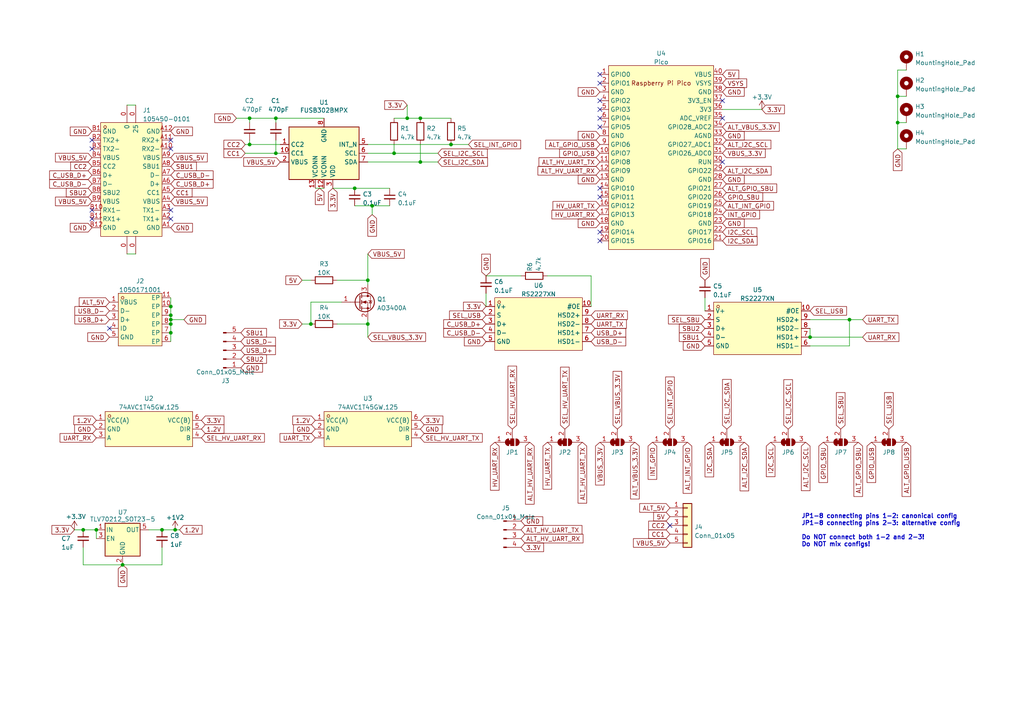
<source format=kicad_sch>
(kicad_sch (version 20211123) (generator eeschema)
  (paper "A4")
  (lib_symbols
    (symbol "Connector:Conn_01x04_Male" (pin_names (offset 1.016) hide)
      (property "Reference" "J" (at 0 5.08 0))
      (property "Value" "Conn_01x04_Male" (at 0 -7.62 0))
      (symbol "Conn_01x04_Male_1_1"
        (pin passive line (at 5.08 2.54 180) (length 3.81) (name "Pin_1") (number "1"))
        (pin passive line (at 5.08 0 180) (length 3.81) (name "Pin_2") (number "2"))
        (pin passive line (at 5.08 -2.54 180) (length 3.81) (name "Pin_3") (number "3"))
        (pin passive line (at 5.08 -5.08 180) (length 3.81) (name "Pin_4") (number "4"))
      )
    )
    (symbol "Connector:Conn_01x05_Male" (pin_names (offset 1.016) hide)
      (property "Reference" "J" (at 0 7.62 0))
      (property "Value" "Conn_01x05_Male" (at 0 -7.62 0))
      (symbol "Conn_01x05_Male_1_1"
        (pin passive line (at 5.08 5.08 180) (length 3.81) (name "Pin_1") (number "1"))
        (pin passive line (at 5.08 2.54 180) (length 3.81) (name "Pin_2") (number "2"))
        (pin passive line (at 5.08 0 180) (length 3.81) (name "Pin_3") (number "3"))
        (pin passive line (at 5.08 -2.54 180) (length 3.81) (name "Pin_4") (number "4"))
        (pin passive line (at 5.08 -5.08 180) (length 3.81) (name "Pin_5") (number "5"))
      )
    )
    (symbol "Connector_Generic:Conn_01x05" (pin_names (offset 1.016) hide)
      (property "Reference" "J" (at 0 7.62 0))
      (property "Value" "Conn_01x05" (at 0 -7.62 0))
      (symbol "Conn_01x05_1_1"
        (pin passive line (at -5.08 5.08 0) (length 3.81) (name "Pin_1") (number "1"))
        (pin passive line (at -5.08 2.54 0) (length 3.81) (name "Pin_2") (number "2"))
        (pin passive line (at -5.08 0 0) (length 3.81) (name "Pin_3") (number "3"))
        (pin passive line (at -5.08 -2.54 0) (length 3.81) (name "Pin_4") (number "4"))
        (pin passive line (at -5.08 -5.08 0) (length 3.81) (name "Pin_5") (number "5"))
      )
    )
    (symbol "Device:C_Small" (pin_numbers hide) (pin_names (offset 0.254) hide)
      (property "Reference" "C" (at 0.254 1.778 0))
      (property "Value" "C_Small" (at 0.254 -2.032 0))
      (symbol "C_Small_1_1"
        (pin passive line (at 0 2.54 270) (length 2.032) (name "~") (number "1"))
        (pin passive line (at 0 -2.54 90) (length 2.032) (name "~") (number "2"))
      )
    )
    (symbol "Device:R" (pin_numbers hide) (pin_names (offset 0))
      (property "Reference" "R" (at 2.032 0 90))
      (property "Value" "R" (at 0 0 90))
      (symbol "R_1_1"
        (pin passive line (at 0 3.81 270) (length 1.27) (name "~") (number "1"))
        (pin passive line (at 0 -3.81 90) (length 1.27) (name "~") (number "2"))
      )
    )
    (symbol "Interface_USB:FUSB302BMPX"
      (property "Reference" "U" (at -10.16 8.89 0))
      (property "Value" "FUSB302BMPX" (at 3.81 8.89 0))
      (symbol "FUSB302BMPX_1_1"
        (pin bidirectional line (at 12.7 -2.54 180) (length 2.54) (name "CC2") (number "1"))
        (pin bidirectional line (at 12.7 0 180) (length 2.54) (name "CC1") (number "10"))
        (pin bidirectional line (at 12.7 0 180) (length 2.54) hide (name "CC1") (number "11"))
        (pin power_in line (at 0 10.16 270) (length 2.54) (name "VCONN") (number "12"))
        (pin power_in line (at 2.54 10.16 270) (length 2.54) (name "VCONN") (number "13"))
        (pin bidirectional line (at 12.7 -2.54 180) (length 2.54) hide (name "CC2") (number "14"))
        (pin passive line (at 0 -10.16 90) (length 2.54) hide (name "GND") (number "15"))
        (pin input line (at 12.7 2.54 180) (length 2.54) (name "VBUS") (number "2"))
        (pin power_in line (at -2.54 10.16 270) (length 2.54) (name "VDD") (number "3"))
        (pin passive line (at -2.54 10.16 270) (length 2.54) hide (name "VDD") (number "4"))
        (pin open_collector line (at -12.7 -2.54 0) (length 2.54) (name "INT_N") (number "5"))
        (pin input line (at -12.7 0 0) (length 2.54) (name "SCL") (number "6"))
        (pin bidirectional line (at -12.7 2.54 0) (length 2.54) (name "SDA") (number "7"))
        (pin power_in line (at 0 -10.16 90) (length 2.54) (name "GND") (number "8"))
        (pin passive line (at 0 -10.16 90) (length 2.54) hide (name "GND") (number "9"))
      )
    )
    (symbol "Jumper:SolderJumper_3_Bridged12" (pin_names (offset 0) hide)
      (property "Reference" "JP" (at -2.54 -2.54 0))
      (property "Value" "SolderJumper_3_Bridged12" (at 0 2.794 0))
      (symbol "SolderJumper_3_Bridged12_1_1"
        (pin passive line (at -5.08 0 0) (length 2.54) (name "A") (number "1"))
        (pin passive line (at 0 -3.81 90) (length 2.54) (name "C") (number "2"))
        (pin passive line (at 5.08 0 180) (length 2.54) (name "B") (number "3"))
      )
    )
    (symbol "MCU_RaspberryPi_and_Boards:Pico_Version-H"
      (property "Reference" "U" (at -13.97 27.94 0))
      (property "Value" "Pico_Version-H" (at 0 19.05 0))
      (symbol "Pico_Version-H_0_0"
        (text "Raspberry Pi Pico" (at 0 21.59 0) (effects (font (size 1.27 1.27))))
      )
      (symbol "Pico_Version-H_1_1"
        (pin bidirectional line (at -17.78 24.13 0) (length 2.54) (name "GPIO0") (number "1"))
        (pin bidirectional line (at -17.78 1.27 0) (length 2.54) (name "GPIO7") (number "10"))
        (pin bidirectional line (at -17.78 -1.27 0) (length 2.54) (name "GPIO8") (number "11"))
        (pin bidirectional line (at -17.78 -3.81 0) (length 2.54) (name "GPIO9") (number "12"))
        (pin power_in line (at -17.78 -6.35 0) (length 2.54) (name "GND") (number "13"))
        (pin bidirectional line (at -17.78 -8.89 0) (length 2.54) (name "GPIO10") (number "14"))
        (pin bidirectional line (at -17.78 -11.43 0) (length 2.54) (name "GPIO11") (number "15"))
        (pin bidirectional line (at -17.78 -13.97 0) (length 2.54) (name "GPIO12") (number "16"))
        (pin bidirectional line (at -17.78 -16.51 0) (length 2.54) (name "GPIO13") (number "17"))
        (pin power_in line (at -17.78 -19.05 0) (length 2.54) (name "GND") (number "18"))
        (pin bidirectional line (at -17.78 -21.59 0) (length 2.54) (name "GPIO14") (number "19"))
        (pin bidirectional line (at -17.78 21.59 0) (length 2.54) (name "GPIO1") (number "2"))
        (pin bidirectional line (at -17.78 -24.13 0) (length 2.54) (name "GPIO15") (number "20"))
        (pin bidirectional line (at 17.78 -24.13 180) (length 2.54) (name "GPIO16") (number "21"))
        (pin bidirectional line (at 17.78 -21.59 180) (length 2.54) (name "GPIO17") (number "22"))
        (pin power_in line (at 17.78 -19.05 180) (length 2.54) (name "GND") (number "23"))
        (pin bidirectional line (at 17.78 -16.51 180) (length 2.54) (name "GPIO18") (number "24"))
        (pin bidirectional line (at 17.78 -13.97 180) (length 2.54) (name "GPIO19") (number "25"))
        (pin bidirectional line (at 17.78 -11.43 180) (length 2.54) (name "GPIO20") (number "26"))
        (pin bidirectional line (at 17.78 -8.89 180) (length 2.54) (name "GPIO21") (number "27"))
        (pin power_in line (at 17.78 -6.35 180) (length 2.54) (name "GND") (number "28"))
        (pin bidirectional line (at 17.78 -3.81 180) (length 2.54) (name "GPIO22") (number "29"))
        (pin power_in line (at -17.78 19.05 0) (length 2.54) (name "GND") (number "3"))
        (pin input line (at 17.78 -1.27 180) (length 2.54) (name "RUN") (number "30"))
        (pin bidirectional line (at 17.78 1.27 180) (length 2.54) (name "GPIO26_ADC0") (number "31"))
        (pin bidirectional line (at 17.78 3.81 180) (length 2.54) (name "GPIO27_ADC1") (number "32"))
        (pin power_in line (at 17.78 6.35 180) (length 2.54) (name "AGND") (number "33"))
        (pin bidirectional line (at 17.78 8.89 180) (length 2.54) (name "GPIO28_ADC2") (number "34"))
        (pin power_in line (at 17.78 11.43 180) (length 2.54) (name "ADC_VREF") (number "35"))
        (pin power_in line (at 17.78 13.97 180) (length 2.54) (name "3V3") (number "36"))
        (pin input line (at 17.78 16.51 180) (length 2.54) (name "3V3_EN") (number "37"))
        (pin bidirectional line (at 17.78 19.05 180) (length 2.54) (name "GND") (number "38"))
        (pin power_in line (at 17.78 21.59 180) (length 2.54) (name "VSYS") (number "39"))
        (pin bidirectional line (at -17.78 16.51 0) (length 2.54) (name "GPIO2") (number "4"))
        (pin power_in line (at 17.78 24.13 180) (length 2.54) (name "VBUS") (number "40"))
        (pin bidirectional line (at -17.78 13.97 0) (length 2.54) (name "GPIO3") (number "5"))
        (pin bidirectional line (at -17.78 11.43 0) (length 2.54) (name "GPIO4") (number "6"))
        (pin bidirectional line (at -17.78 8.89 0) (length 2.54) (name "GPIO5") (number "7"))
        (pin power_in line (at -17.78 6.35 0) (length 2.54) (name "GND") (number "8"))
        (pin bidirectional line (at -17.78 3.81 0) (length 2.54) (name "GPIO6") (number "9"))
      )
    )
    (symbol "Mechanical:MountingHole_Pad" (pin_numbers hide) (pin_names (offset 1.016) hide)
      (property "Reference" "H" (at 0 6.35 0))
      (property "Value" "MountingHole_Pad" (at 0 4.445 0))
      (symbol "MountingHole_Pad_1_1"
        (pin input line (at 0 -2.54 90) (length 2.54) (name "1") (number "1"))
      )
    )
    (symbol "R_1" (pin_numbers hide) (pin_names (offset 0))
      (property "Reference" "R" (at 2.032 0 90))
      (property "Value" "R_1" (at 0 0 90))
      (symbol "R_1_1_1"
        (pin passive line (at 0 3.81 270) (length 1.27) (name "~") (number "1"))
        (pin passive line (at 0 -3.81 90) (length 1.27) (name "~") (number "2"))
      )
    )
    (symbol "Regulator_Linear:TLV70212_SOT23-5" (pin_names (offset 0.254))
      (property "Reference" "U" (at -3.81 5.715 0))
      (property "Value" "TLV70212_SOT23-5" (at 0 5.715 0))
      (symbol "TLV70212_SOT23-5_1_1"
        (pin power_in line (at -7.62 2.54 0) (length 2.54) (name "IN") (number "1"))
        (pin power_in line (at 0 -7.62 90) (length 2.54) (name "GND") (number "2"))
        (pin input line (at -7.62 0 0) (length 2.54) (name "EN") (number "3"))
        (pin no_connect line (at 5.08 0 180) (length 2.54) hide (name "NC") (number "4"))
        (pin power_out line (at 7.62 2.54 180) (length 2.54) (name "OUT") (number "5"))
      )
    )
    (symbol "Transistor_FET:BSS138" (pin_names hide)
      (property "Reference" "Q" (at 5.08 1.905 0))
      (property "Value" "BSS138" (at 5.08 0 0))
      (symbol "BSS138_1_1"
        (pin input line (at -5.08 0 0) (length 2.54) (name "G") (number "1"))
        (pin passive line (at 2.54 -5.08 90) (length 2.54) (name "S") (number "2"))
        (pin passive line (at 2.54 5.08 270) (length 2.54) (name "D") (number "3"))
      )
    )
    (symbol "easycad2kicad:1050171001"
      (property "Reference" "USB" (at 0 11.43 0))
      (property "Value" "1050171001" (at 0 -11.43 0))
      (symbol "1050171001_0_1"
        (pin unspecified line (at -8.89 5.08 0) (length 2.54) (name "VBUS") (number "1"))
        (pin unspecified line (at 8.89 3.81 180) (length 2.54) (name "EP") (number "10"))
        (pin unspecified line (at 8.89 6.35 180) (length 2.54) (name "EP") (number "11"))
        (pin unspecified line (at -8.89 2.54 0) (length 2.54) (name "D-") (number "2"))
        (pin unspecified line (at -8.89 0 0) (length 2.54) (name "D+") (number "3"))
        (pin unspecified line (at -8.89 -2.54 0) (length 2.54) (name "ID") (number "4"))
        (pin unspecified line (at -8.89 -5.08 0) (length 2.54) (name "GND") (number "5"))
        (pin unspecified line (at 8.89 -6.35 180) (length 2.54) (name "EP") (number "6"))
        (pin unspecified line (at 8.89 -3.81 180) (length 2.54) (name "EP") (number "7"))
        (pin unspecified line (at 8.89 -1.27 180) (length 2.54) (name "EP") (number "8"))
        (pin unspecified line (at 8.89 1.27 180) (length 2.54) (name "EP") (number "9"))
      )
    )
    (symbol "easycad2kicad:105450-0101"
      (property "Reference" "USBC" (at 0 26.67 0))
      (property "Value" "105450-0101" (at 0 -26.67 0))
      (symbol "105450-0101_0_1"
        (pin unspecified line (at -1.27 -21.59 90) (length 5.08) (name "0") (number "0"))
        (pin unspecified line (at -1.27 21.59 270) (length 5.08) (name "0") (number "0"))
        (pin unspecified line (at 1.27 -21.59 90) (length 5.08) (name "0") (number "0"))
        (pin unspecified line (at 1.27 21.59 270) (length 5.08) (name "25") (number "0"))
        (pin unspecified line (at 11.43 -13.97 180) (length 2.54) (name "GND") (number "A1"))
        (pin unspecified line (at 11.43 8.89 180) (length 2.54) (name "RX2-") (number "A10"))
        (pin unspecified line (at 11.43 11.43 180) (length 2.54) (name "RX2+") (number "A11"))
        (pin unspecified line (at 11.43 13.97 180) (length 2.54) (name "GND") (number "A12"))
        (pin unspecified line (at 11.43 -11.43 180) (length 2.54) (name "TX1+") (number "A2"))
        (pin unspecified line (at 11.43 -8.89 180) (length 2.54) (name "TX1-") (number "A3"))
        (pin unspecified line (at 11.43 -6.35 180) (length 2.54) (name "VBUS") (number "A4"))
        (pin unspecified line (at 11.43 -3.81 180) (length 2.54) (name "CC1") (number "A5"))
        (pin unspecified line (at 11.43 -1.27 180) (length 2.54) (name "D+") (number "A6"))
        (pin unspecified line (at 11.43 1.27 180) (length 2.54) (name "D-") (number "A7"))
        (pin unspecified line (at 11.43 3.81 180) (length 2.54) (name "SBU1") (number "A8"))
        (pin unspecified line (at 11.43 6.35 180) (length 2.54) (name "VBUS") (number "A9"))
        (pin unspecified line (at -11.43 13.97 0) (length 2.54) (name "GND") (number "B1"))
        (pin unspecified line (at -11.43 -8.89 0) (length 2.54) (name "RX1-") (number "B10"))
        (pin unspecified line (at -11.43 -11.43 0) (length 2.54) (name "RX1+") (number "B11"))
        (pin unspecified line (at -11.43 -13.97 0) (length 2.54) (name "GND") (number "B12"))
        (pin unspecified line (at -11.43 11.43 0) (length 2.54) (name "TX2+") (number "B2"))
        (pin unspecified line (at -11.43 8.89 0) (length 2.54) (name "TX2-") (number "B3"))
        (pin unspecified line (at -11.43 6.35 0) (length 2.54) (name "VBUS") (number "B4"))
        (pin unspecified line (at -11.43 3.81 0) (length 2.54) (name "CC2") (number "B5"))
        (pin unspecified line (at -11.43 1.27 0) (length 2.54) (name "D+") (number "B6"))
        (pin unspecified line (at -11.43 -1.27 0) (length 2.54) (name "D-") (number "B7"))
        (pin unspecified line (at -11.43 -3.81 0) (length 2.54) (name "SBU2") (number "B8"))
        (pin unspecified line (at -11.43 -6.35 0) (length 2.54) (name "VBUS") (number "B9"))
      )
    )
    (symbol "easycad2kicad:74AVC1T45GW,125"
      (property "Reference" "U" (at 0 7.62 0))
      (property "Value" "74AVC1T45GW,125" (at 0 -7.62 0))
      (symbol "74AVC1T45GW,125_0_1"
        (pin unspecified line (at -15.24 2.54 0) (length 2.54) (name "VCC(A)") (number "1"))
        (pin unspecified line (at -15.24 0 0) (length 2.54) (name "GND") (number "2"))
        (pin unspecified line (at -15.24 -2.54 0) (length 2.54) (name "A") (number "3"))
        (pin unspecified line (at 15.24 -2.54 180) (length 2.54) (name "B") (number "4"))
        (pin unspecified line (at 15.24 0 180) (length 2.54) (name "DIR") (number "5"))
        (pin unspecified line (at 15.24 2.54 180) (length 2.54) (name "VCC(B)") (number "6"))
      )
    )
    (symbol "easycad2kicad:RS2227XN"
      (property "Reference" "U" (at 0 10.16 0))
      (property "Value" "RS2227XN" (at 0 -10.16 0))
      (symbol "RS2227XN_0_1"
        (pin unspecified line (at -15.24 5.08 0) (length 2.54) (name "V+") (number "1"))
        (pin unspecified line (at 15.24 5.08 180) (length 2.54) (name "#OE") (number "10"))
        (pin unspecified line (at -15.24 2.54 0) (length 2.54) (name "S") (number "2"))
        (pin unspecified line (at -15.24 0 0) (length 2.54) (name "D+") (number "3"))
        (pin unspecified line (at -15.24 -2.54 0) (length 2.54) (name "D-") (number "4"))
        (pin unspecified line (at -15.24 -5.08 0) (length 2.54) (name "GND") (number "5"))
        (pin unspecified line (at 15.24 -5.08 180) (length 2.54) (name "HSD1-") (number "6"))
        (pin unspecified line (at 15.24 -2.54 180) (length 2.54) (name "HSD1+") (number "7"))
        (pin unspecified line (at 15.24 0 180) (length 2.54) (name "HSD2-") (number "8"))
        (pin unspecified line (at 15.24 2.54 180) (length 2.54) (name "HSD2+") (number "9"))
      )
    )
    (symbol "power:+1V2" (power) (pin_names (offset 0))
      (property "Value" "+1V2" (at 0 3.556 0))
      (symbol "+1V2_1_1"
        (pin power_in line (at 0 0 90) (length 0) hide (name "+1V2") (number "1"))
      )
    )
    (symbol "power:+3.3V" (power) (pin_names (offset 0))
      (property "Value" "+3.3V" (at 0 3.556 0))
      (symbol "+3.3V_1_1"
        (pin power_in line (at 0 0 90) (length 0) hide (name "+3.3V") (number "1"))
      )
    )
  )
  (junction (at 121.92 46.99))
  (junction (at 114.3 44.45))
  (junction (at 49.53 88.9))
  (junction (at 27.94 153.67))
  (junction (at 130.81 41.91))
  (junction (at 80.01 34.29))
  (junction (at 121.92 34.29))
  (junction (at 49.53 93.98))
  (junction (at 24.13 153.67))
  (junction (at 80.01 44.45))
  (junction (at 49.53 96.52))
  (junction (at 234.95 97.79))
  (junction (at 106.68 93.98))
  (junction (at 35.56 163.83))
  (junction (at 246.38 92.71))
  (junction (at 49.53 91.44))
  (junction (at 49.53 92.71))
  (junction (at 107.95 59.69))
  (junction (at 260.35 27.94))
  (junction (at 72.39 41.91))
  (junction (at 118.11 34.29))
  (junction (at 260.35 35.56))
  (junction (at 50.8 153.67))
  (junction (at 72.39 34.29))
  (junction (at 46.99 153.67))
  (junction (at 102.87 54.61))
  (junction (at 106.68 81.28))
  (junction (at 90.17 93.98))
  (no_connect (at 173.99 34.29))
  (no_connect (at 26.67 60.96))
  (no_connect (at 173.99 54.61))
  (no_connect (at 194.31 152.4))
  (no_connect (at 173.99 67.31))
  (no_connect (at 209.55 29.21))
  (no_connect (at 209.55 46.99))
  (no_connect (at 173.99 31.75))
  (no_connect (at 26.67 40.64))
  (no_connect (at 173.99 36.83))
  (no_connect (at 173.99 69.85))
  (no_connect (at 173.99 57.15))
  (no_connect (at 173.99 24.13))
  (no_connect (at 49.53 43.18))
  (no_connect (at 31.75 95.25))
  (no_connect (at 49.53 40.64))
  (no_connect (at 26.67 43.18))
  (no_connect (at 173.99 21.59))
  (no_connect (at 209.55 34.29))
  (no_connect (at 49.53 63.5))
  (no_connect (at 26.67 63.5))
  (no_connect (at 173.99 29.21))
  (no_connect (at 49.53 60.96))
  (wire (pts (xy 106.68 44.45) (xy 114.3 44.45)))
  (wire (pts (xy 121.92 34.29) (xy 130.81 34.29)))
  (wire (pts (xy 24.13 163.83) (xy 35.56 163.83)))
  (wire (pts (xy 87.63 93.98) (xy 90.17 93.98)))
  (wire (pts (xy 36.83 73.66) (xy 39.37 73.66)))
  (wire (pts (xy 114.3 34.29) (xy 118.11 34.29)))
  (wire (pts (xy 87.63 81.28) (xy 90.17 81.28)))
  (wire (pts (xy 204.47 86.36) (xy 204.47 90.17)))
  (wire (pts (xy 106.68 41.91) (xy 130.81 41.91)))
  (wire (pts (xy 71.12 41.91) (xy 72.39 41.91)))
  (wire (pts (xy 262.89 20.32) (xy 260.35 20.32)))
  (wire (pts (xy 114.3 41.91) (xy 114.3 44.45)))
  (wire (pts (xy 260.35 27.94) (xy 262.89 27.94)))
  (wire (pts (xy 209.55 31.75) (xy 220.98 31.75)))
  (wire (pts (xy 140.97 80.01) (xy 151.13 80.01)))
  (wire (pts (xy 27.94 153.67) (xy 24.13 153.67)))
  (wire (pts (xy 49.53 86.36) (xy 49.53 88.9)))
  (wire (pts (xy 106.68 81.28) (xy 106.68 82.55)))
  (wire (pts (xy 72.39 34.29) (xy 80.01 34.29)))
  (wire (pts (xy 72.39 40.64) (xy 72.39 41.91)))
  (wire (pts (xy 97.79 93.98) (xy 106.68 93.98)))
  (wire (pts (xy 46.99 153.67) (xy 50.8 153.67)))
  (wire (pts (xy 107.95 59.69) (xy 113.03 59.69)))
  (wire (pts (xy 49.53 93.98) (xy 49.53 96.52)))
  (wire (pts (xy 80.01 34.29) (xy 93.98 34.29)))
  (wire (pts (xy 158.75 80.01) (xy 171.45 80.01)))
  (wire (pts (xy 171.45 80.01) (xy 171.45 88.9)))
  (wire (pts (xy 46.99 163.83) (xy 46.99 158.75)))
  (wire (pts (xy 234.95 100.33) (xy 246.38 100.33)))
  (wire (pts (xy 35.56 163.83) (xy 46.99 163.83)))
  (wire (pts (xy 121.92 34.29) (xy 118.11 34.29)))
  (wire (pts (xy 80.01 44.45) (xy 81.28 44.45)))
  (wire (pts (xy 114.3 44.45) (xy 127 44.45)))
  (wire (pts (xy 140.97 85.09) (xy 140.97 88.9)))
  (wire (pts (xy 260.35 35.56) (xy 260.35 43.18)))
  (wire (pts (xy 68.58 34.29) (xy 72.39 34.29)))
  (wire (pts (xy 49.53 92.71) (xy 49.53 93.98)))
  (wire (pts (xy 52.07 153.67) (xy 50.8 153.67)))
  (wire (pts (xy 49.53 92.71) (xy 53.34 92.71)))
  (wire (pts (xy 90.17 87.63) (xy 90.17 93.98)))
  (wire (pts (xy 234.95 92.71) (xy 246.38 92.71)))
  (wire (pts (xy 24.13 153.67) (xy 21.59 153.67)))
  (wire (pts (xy 107.95 59.69) (xy 107.95 62.23)))
  (wire (pts (xy 80.01 40.64) (xy 80.01 44.45)))
  (wire (pts (xy 27.94 153.67) (xy 27.94 156.21)))
  (wire (pts (xy 260.35 20.32) (xy 260.35 27.94)))
  (wire (pts (xy 121.92 41.91) (xy 121.92 46.99)))
  (wire (pts (xy 246.38 92.71) (xy 250.19 92.71)))
  (wire (pts (xy 234.95 95.25) (xy 234.95 97.79)))
  (wire (pts (xy 234.95 97.79) (xy 250.19 97.79)))
  (wire (pts (xy 49.53 96.52) (xy 49.53 99.06)))
  (wire (pts (xy 102.87 54.61) (xy 113.03 54.61)))
  (wire (pts (xy 49.53 91.44) (xy 49.53 92.71)))
  (wire (pts (xy 130.81 41.91) (xy 135.89 41.91)))
  (wire (pts (xy 121.92 46.99) (xy 127 46.99)))
  (wire (pts (xy 72.39 41.91) (xy 81.28 41.91)))
  (wire (pts (xy 36.83 30.48) (xy 39.37 30.48)))
  (wire (pts (xy 43.18 153.67) (xy 46.99 153.67)))
  (wire (pts (xy 260.35 35.56) (xy 262.89 35.56)))
  (wire (pts (xy 246.38 92.71) (xy 246.38 100.33)))
  (wire (pts (xy 106.68 73.66) (xy 106.68 81.28)))
  (wire (pts (xy 72.39 34.29) (xy 72.39 35.56)))
  (wire (pts (xy 97.79 81.28) (xy 106.68 81.28)))
  (wire (pts (xy 106.68 93.98) (xy 106.68 97.79)))
  (wire (pts (xy 102.87 59.69) (xy 107.95 59.69)))
  (wire (pts (xy 106.68 46.99) (xy 121.92 46.99)))
  (wire (pts (xy 99.06 87.63) (xy 90.17 87.63)))
  (wire (pts (xy 96.52 54.61) (xy 102.87 54.61)))
  (wire (pts (xy 260.35 27.94) (xy 260.35 35.56)))
  (wire (pts (xy 106.68 92.71) (xy 106.68 93.98)))
  (wire (pts (xy 49.53 88.9) (xy 49.53 91.44)))
  (wire (pts (xy 260.35 43.18) (xy 262.89 43.18)))
  (wire (pts (xy 71.12 44.45) (xy 80.01 44.45)))
  (wire (pts (xy 118.11 30.48) (xy 118.11 34.29)))
  (wire (pts (xy 24.13 158.75) (xy 24.13 163.83)))
  (wire (pts (xy 91.44 54.61) (xy 93.98 54.61)))
  (wire (pts (xy 80.01 34.29) (xy 80.01 35.56)))
  (text "JP1-8 connecting pins 1-2: canonical config\nJP1-8 connecting pins 2-3: alternative config\n\nDo NOT connect both 1-2 and 2-3!\nDo NOT mix configs!" (at 232.41 158.75 0) (effects (font (size 1.27 1.27) (thickness 0.254) bold) (justify left bottom)))
  (global_label "GND" (shape input) (at 151.13 151.13 0) (property "Intersheet References" "${INTERSHEET_REFS}" (effects hide)))
  (global_label "3.3V" (shape input) (at 58.42 121.92 0) (property "Intersheet References" "${INTERSHEET_REFS}" (effects hide)))
  (global_label "CC1" (shape input) (at 49.53 55.88 0) (property "Intersheet References" "${INTERSHEET_REFS}" (effects hide)))
  (global_label "SEL_VBUS_3.3V" (shape input) (at 106.68 97.79 0) (property "Intersheet References" "${INTERSHEET_REFS}" (effects hide)))
  (global_label "I2C_SCL" (shape input) (at 223.52 128.27 270) (property "Intersheet References" "${INTERSHEET_REFS}" (effects hide)))
  (global_label "SEL_I2C_SDA" (shape input) (at 210.82 124.46 90) (property "Intersheet References" "${INTERSHEET_REFS}" (effects hide)))
  (global_label "ALT_HV_UART_TX" (shape input) (at 151.13 153.67 0) (property "Intersheet References" "${INTERSHEET_REFS}" (effects hide)))
  (global_label "1.2V" (shape input) (at 91.44 121.92 180) (property "Intersheet References" "${INTERSHEET_REFS}" (effects hide)))
  (global_label "SEL_I2C_SDA" (shape input) (at 127 46.99 0) (property "Intersheet References" "${INTERSHEET_REFS}" (effects hide)))
  (global_label "3.3V" (shape input) (at 151.13 158.75 0) (property "Intersheet References" "${INTERSHEET_REFS}" (effects hide)))
  (global_label "I2C_SDA" (shape input) (at 205.74 128.27 270) (property "Intersheet References" "${INTERSHEET_REFS}" (effects hide)))
  (global_label "3.3V" (shape input) (at 21.59 153.67 180) (property "Intersheet References" "${INTERSHEET_REFS}" (effects hide)))
  (global_label "GND" (shape input) (at 53.34 92.71 0) (property "Intersheet References" "${INTERSHEET_REFS}" (effects hide)))
  (global_label "UART_TX" (shape input) (at 91.44 127 180) (property "Intersheet References" "${INTERSHEET_REFS}" (effects hide)))
  (global_label "ALT_I2C_SCL" (shape input) (at 233.68 128.27 270) (property "Intersheet References" "${INTERSHEET_REFS}" (effects hide)))
  (global_label "CC1" (shape input) (at 71.12 44.45 180) (property "Intersheet References" "${INTERSHEET_REFS}" (effects hide)))
  (global_label "USB_D+" (shape input) (at 171.45 96.52 0) (property "Intersheet References" "${INTERSHEET_REFS}" (effects hide)))
  (global_label "5V" (shape input) (at 209.55 21.59 0) (property "Intersheet References" "${INTERSHEET_REFS}" (effects hide)))
  (global_label "VBUS_5V" (shape input) (at 26.67 45.72 180) (property "Intersheet References" "${INTERSHEET_REFS}" (effects hide)))
  (global_label "ALT_HV_UART_TX" (shape input) (at 173.99 46.99 180) (property "Intersheet References" "${INTERSHEET_REFS}" (effects hide)))
  (global_label "HV_UART_RX" (shape input) (at 173.99 62.23 180) (property "Intersheet References" "${INTERSHEET_REFS}" (effects hide)))
  (global_label "C_USB_D+" (shape input) (at 26.67 50.8 180) (property "Intersheet References" "${INTERSHEET_REFS}" (effects hide)))
  (global_label "GND" (shape input) (at 204.47 100.33 180) (property "Intersheet References" "${INTERSHEET_REFS}" (effects hide)))
  (global_label "SEL_HV_UART_TX" (shape input) (at 163.83 124.46 90) (property "Intersheet References" "${INTERSHEET_REFS}" (effects hide)))
  (global_label "SEL_INT_GPIO" (shape input) (at 194.31 124.46 90) (property "Intersheet References" "${INTERSHEET_REFS}" (effects hide)))
  (global_label "GND" (shape input) (at 173.99 64.77 180) (property "Intersheet References" "${INTERSHEET_REFS}" (effects hide)))
  (global_label "GPIO_USB" (shape input) (at 252.73 128.27 270) (property "Intersheet References" "${INTERSHEET_REFS}" (effects hide)))
  (global_label "GND" (shape input) (at 173.99 52.07 180) (property "Intersheet References" "${INTERSHEET_REFS}" (effects hide)))
  (global_label "GND" (shape input) (at 68.58 34.29 180) (property "Intersheet References" "${INTERSHEET_REFS}" (effects hide)))
  (global_label "ALT_GPIO_SBU" (shape input) (at 209.55 54.61 0) (property "Intersheet References" "${INTERSHEET_REFS}" (effects hide)))
  (global_label "I2C_SCL" (shape input) (at 209.55 67.31 0) (property "Intersheet References" "${INTERSHEET_REFS}" (effects hide)))
  (global_label "3.3V" (shape input) (at 87.63 93.98 180) (property "Intersheet References" "${INTERSHEET_REFS}" (effects hide)))
  (global_label "VBUS_5V" (shape input) (at 26.67 58.42 180) (property "Intersheet References" "${INTERSHEET_REFS}" (effects hide)))
  (global_label "GND" (shape input) (at 209.55 39.37 0) (property "Intersheet References" "${INTERSHEET_REFS}" (effects hide)))
  (global_label "GND" (shape input) (at 107.95 62.23 270) (property "Intersheet References" "${INTERSHEET_REFS}" (effects hide)))
  (global_label "C_USB_D-" (shape input) (at 26.67 53.34 180) (property "Intersheet References" "${INTERSHEET_REFS}" (effects hide)))
  (global_label "1.2V" (shape input) (at 27.94 121.92 180) (property "Intersheet References" "${INTERSHEET_REFS}" (effects hide)))
  (global_label "GND" (shape input) (at 140.97 80.01 90) (property "Intersheet References" "${INTERSHEET_REFS}" (effects hide)))
  (global_label "5V" (shape input) (at 194.31 149.86 180) (property "Intersheet References" "${INTERSHEET_REFS}" (effects hide)))
  (global_label "HV_UART_TX" (shape input) (at 173.99 59.69 180) (property "Intersheet References" "${INTERSHEET_REFS}" (effects hide)))
  (global_label "3.3V" (shape input) (at 220.98 31.75 0) (property "Intersheet References" "${INTERSHEET_REFS}" (effects hide)))
  (global_label "CC2" (shape input) (at 26.67 48.26 180) (property "Intersheet References" "${INTERSHEET_REFS}" (effects hide)))
  (global_label "VBUS_5V" (shape input) (at 106.68 73.66 0) (property "Intersheet References" "${INTERSHEET_REFS}" (effects hide)))
  (global_label "GND" (shape input) (at 260.35 43.18 270) (property "Intersheet References" "${INTERSHEET_REFS}" (effects hide)))
  (global_label "SEL_VBUS_3.3V" (shape input) (at 179.07 124.46 90) (property "Intersheet References" "${INTERSHEET_REFS}" (effects hide)))
  (global_label "GND" (shape input) (at 204.47 81.28 90) (property "Intersheet References" "${INTERSHEET_REFS}" (effects hide)))
  (global_label "GND" (shape input) (at 91.44 124.46 180) (property "Intersheet References" "${INTERSHEET_REFS}" (effects hide)))
  (global_label "SBU1" (shape input) (at 69.85 96.52 0) (property "Intersheet References" "${INTERSHEET_REFS}" (effects hide)))
  (global_label "VSYS" (shape input) (at 209.55 24.13 0) (property "Intersheet References" "${INTERSHEET_REFS}" (effects hide)))
  (global_label "SEL_HV_UART_RX" (shape input) (at 58.42 127 0) (property "Intersheet References" "${INTERSHEET_REFS}" (effects hide)))
  (global_label "3.3V" (shape input) (at 140.97 88.9 180) (property "Intersheet References" "${INTERSHEET_REFS}" (effects hide)))
  (global_label "C_USB_D+" (shape input) (at 140.97 93.98 180) (property "Intersheet References" "${INTERSHEET_REFS}" (effects hide)))
  (global_label "ALT_GPIO_USB" (shape input) (at 262.89 128.27 270) (property "Intersheet References" "${INTERSHEET_REFS}" (effects hide)))
  (global_label "ALT_INT_GPIO" (shape input) (at 199.39 128.27 270) (property "Intersheet References" "${INTERSHEET_REFS}" (effects hide)))
  (global_label "I2C_SDA" (shape input) (at 209.55 69.85 0) (property "Intersheet References" "${INTERSHEET_REFS}" (effects hide)))
  (global_label "C_USB_D-" (shape input) (at 49.53 50.8 0) (property "Intersheet References" "${INTERSHEET_REFS}" (effects hide)))
  (global_label "UART_RX" (shape input) (at 250.19 97.79 0) (property "Intersheet References" "${INTERSHEET_REFS}" (effects hide)))
  (global_label "SEL_USB" (shape input) (at 140.97 91.44 180) (property "Intersheet References" "${INTERSHEET_REFS}" (effects hide)))
  (global_label "USB_D-" (shape input) (at 171.45 99.06 0) (property "Intersheet References" "${INTERSHEET_REFS}" (effects hide)))
  (global_label "VBUS_3.3V" (shape input) (at 209.55 44.45 0) (property "Intersheet References" "${INTERSHEET_REFS}" (effects hide)))
  (global_label "GPIO_SBU" (shape input) (at 238.76 128.27 270) (property "Intersheet References" "${INTERSHEET_REFS}" (effects hide)))
  (global_label "ALT_VBUS_3.3V" (shape input) (at 184.15 128.27 270) (property "Intersheet References" "${INTERSHEET_REFS}" (effects hide)))
  (global_label "ALT_HV_UART_RX" (shape input) (at 151.13 156.21 0) (property "Intersheet References" "${INTERSHEET_REFS}" (effects hide)))
  (global_label "1.2V" (shape input) (at 52.07 153.67 0) (property "Intersheet References" "${INTERSHEET_REFS}" (effects hide)))
  (global_label "SBU1" (shape input) (at 204.47 97.79 180) (property "Intersheet References" "${INTERSHEET_REFS}" (effects hide)))
  (global_label "GND" (shape input) (at 27.94 124.46 180) (property "Intersheet References" "${INTERSHEET_REFS}" (effects hide)))
  (global_label "INT_GPIO" (shape input) (at 209.55 62.23 0) (property "Intersheet References" "${INTERSHEET_REFS}" (effects hide)))
  (global_label "ALT_GPIO_SBU" (shape input) (at 248.92 128.27 270) (property "Intersheet References" "${INTERSHEET_REFS}" (effects hide)))
  (global_label "5V" (shape input) (at 92.71 54.61 270) (property "Intersheet References" "${INTERSHEET_REFS}" (effects hide)))
  (global_label "SEL_SBU" (shape input) (at 243.84 124.46 90) (property "Intersheet References" "${INTERSHEET_REFS}" (effects hide)))
  (global_label "SBU1" (shape input) (at 49.53 48.26 0) (property "Intersheet References" "${INTERSHEET_REFS}" (effects hide)))
  (global_label "ALT_I2C_SCL" (shape input) (at 209.55 41.91 0) (property "Intersheet References" "${INTERSHEET_REFS}" (effects hide)))
  (global_label "GND" (shape input) (at 173.99 39.37 180) (property "Intersheet References" "${INTERSHEET_REFS}" (effects hide)))
  (global_label "USB_D+" (shape input) (at 31.75 92.71 180) (property "Intersheet References" "${INTERSHEET_REFS}" (effects hide)))
  (global_label "GND" (shape input) (at 26.67 66.04 180) (property "Intersheet References" "${INTERSHEET_REFS}" (effects hide)))
  (global_label "HV_UART_TX" (shape input) (at 158.75 128.27 270) (property "Intersheet References" "${INTERSHEET_REFS}" (effects hide)))
  (global_label "3.3V" (shape input) (at 118.11 30.48 180) (property "Intersheet References" "${INTERSHEET_REFS}" (effects hide)))
  (global_label "GND" (shape input) (at 26.67 38.1 180) (property "Intersheet References" "${INTERSHEET_REFS}" (effects hide)))
  (global_label "ALT_GPIO_USB" (shape input) (at 173.99 41.91 180) (property "Intersheet References" "${INTERSHEET_REFS}" (effects hide)))
  (global_label "ALT_INT_GPIO" (shape input) (at 209.55 59.69 0) (property "Intersheet References" "${INTERSHEET_REFS}" (effects hide)))
  (global_label "SEL_USB" (shape input) (at 234.95 90.17 0) (property "Intersheet References" "${INTERSHEET_REFS}" (effects hide)))
  (global_label "UART_RX" (shape input) (at 171.45 91.44 0) (property "Intersheet References" "${INTERSHEET_REFS}" (effects hide)))
  (global_label "C_USB_D+" (shape input) (at 49.53 53.34 0) (property "Intersheet References" "${INTERSHEET_REFS}" (effects hide)))
  (global_label "1.2V" (shape input) (at 58.42 124.46 0) (property "Intersheet References" "${INTERSHEET_REFS}" (effects hide)))
  (global_label "ALT_5V" (shape input) (at 194.31 147.32 180) (property "Intersheet References" "${INTERSHEET_REFS}" (effects hide)))
  (global_label "GND" (shape input) (at 209.55 52.07 0) (property "Intersheet References" "${INTERSHEET_REFS}" (effects hide)))
  (global_label "SBU2" (shape input) (at 69.85 104.14 0) (property "Intersheet References" "${INTERSHEET_REFS}" (effects hide)))
  (global_label "GND" (shape input) (at 69.85 106.68 0) (property "Intersheet References" "${INTERSHEET_REFS}" (effects hide)))
  (global_label "GND" (shape input) (at 173.99 26.67 180) (property "Intersheet References" "${INTERSHEET_REFS}" (effects hide)))
  (global_label "SEL_INT_GPIO" (shape input) (at 135.89 41.91 0) (property "Intersheet References" "${INTERSHEET_REFS}" (effects hide)))
  (global_label "ALT_VBUS_3.3V" (shape input) (at 209.55 36.83 0) (property "Intersheet References" "${INTERSHEET_REFS}" (effects hide)))
  (global_label "GND" (shape input) (at 35.56 163.83 270) (property "Intersheet References" "${INTERSHEET_REFS}" (effects hide)))
  (global_label "INT_GPIO" (shape input) (at 189.23 128.27 270) (property "Intersheet References" "${INTERSHEET_REFS}" (effects hide)))
  (global_label "UART_TX" (shape input) (at 250.19 92.71 0) (property "Intersheet References" "${INTERSHEET_REFS}" (effects hide)))
  (global_label "5V" (shape input) (at 87.63 81.28 180) (property "Intersheet References" "${INTERSHEET_REFS}" (effects hide)))
  (global_label "CC2" (shape input) (at 194.31 152.4 180) (property "Intersheet References" "${INTERSHEET_REFS}" (effects hide)))
  (global_label "ALT_HV_UART_RX" (shape input) (at 173.99 49.53 180) (property "Intersheet References" "${INTERSHEET_REFS}" (effects hide)))
  (global_label "VBUS_5V" (shape input) (at 49.53 58.42 0) (property "Intersheet References" "${INTERSHEET_REFS}" (effects hide)))
  (global_label "3.3V" (shape input) (at 121.92 121.92 0) (property "Intersheet References" "${INTERSHEET_REFS}" (effects hide)))
  (global_label "ALT_I2C_SDA" (shape input) (at 209.55 49.53 0) (property "Intersheet References" "${INTERSHEET_REFS}" (effects hide)))
  (global_label "GPIO_USB" (shape input) (at 173.99 44.45 180) (property "Intersheet References" "${INTERSHEET_REFS}" (effects hide)))
  (global_label "USB_D-" (shape input) (at 31.75 90.17 180) (property "Intersheet References" "${INTERSHEET_REFS}" (effects hide)))
  (global_label "GND" (shape input) (at 49.53 38.1 0) (property "Intersheet References" "${INTERSHEET_REFS}" (effects hide)))
  (global_label "UART_TX" (shape input) (at 171.45 93.98 0) (property "Intersheet References" "${INTERSHEET_REFS}" (effects hide)))
  (global_label "ALT_I2C_SDA" (shape input) (at 215.9 128.27 270) (property "Intersheet References" "${INTERSHEET_REFS}" (effects hide)))
  (global_label "VBUS_5V" (shape input) (at 49.53 45.72 0) (property "Intersheet References" "${INTERSHEET_REFS}" (effects hide)))
  (global_label "HV_UART_RX" (shape input) (at 143.51 128.27 270) (property "Intersheet References" "${INTERSHEET_REFS}" (effects hide)))
  (global_label "GND" (shape input) (at 31.75 97.79 180) (property "Intersheet References" "${INTERSHEET_REFS}" (effects hide)))
  (global_label "SEL_HV_UART_TX" (shape input) (at 121.92 127 0) (property "Intersheet References" "${INTERSHEET_REFS}" (effects hide)))
  (global_label "USB_D+" (shape input) (at 69.85 101.6 0) (property "Intersheet References" "${INTERSHEET_REFS}" (effects hide)))
  (global_label "GPIO_SBU" (shape input) (at 209.55 57.15 0) (property "Intersheet References" "${INTERSHEET_REFS}" (effects hide)))
  (global_label "VBUS_3.3V" (shape input) (at 173.99 128.27 270) (property "Intersheet References" "${INTERSHEET_REFS}" (effects hide)))
  (global_label "ALT_HV_UART_RX" (shape input) (at 153.67 128.27 270) (property "Intersheet References" "${INTERSHEET_REFS}" (effects hide)))
  (global_label "GND" (shape input) (at 140.97 99.06 180) (property "Intersheet References" "${INTERSHEET_REFS}" (effects hide)))
  (global_label "GND" (shape input) (at 209.55 26.67 0) (property "Intersheet References" "${INTERSHEET_REFS}" (effects hide)))
  (global_label "GND" (shape input) (at 209.55 64.77 0) (property "Intersheet References" "${INTERSHEET_REFS}" (effects hide)))
  (global_label "C_USB_D-" (shape input) (at 140.97 96.52 180) (property "Intersheet References" "${INTERSHEET_REFS}" (effects hide)))
  (global_label "SEL_USB" (shape input) (at 257.81 124.46 90) (property "Intersheet References" "${INTERSHEET_REFS}" (effects hide)))
  (global_label "SEL_HV_UART_RX" (shape input) (at 148.59 124.46 90) (property "Intersheet References" "${INTERSHEET_REFS}" (effects hide)))
  (global_label "UART_RX" (shape input) (at 27.94 127 180) (property "Intersheet References" "${INTERSHEET_REFS}" (effects hide)))
  (global_label "GND" (shape input) (at 49.53 66.04 0) (property "Intersheet References" "${INTERSHEET_REFS}" (effects hide)))
  (global_label "USB_D-" (shape input) (at 69.85 99.06 0) (property "Intersheet References" "${INTERSHEET_REFS}" (effects hide)))
  (global_label "ALT_HV_UART_TX" (shape input) (at 168.91 128.27 270) (property "Intersheet References" "${INTERSHEET_REFS}" (effects hide)))
  (global_label "SBU2" (shape input) (at 26.67 55.88 180) (property "Intersheet References" "${INTERSHEET_REFS}" (effects hide)))
  (global_label "SBU2" (shape input) (at 204.47 95.25 180) (property "Intersheet References" "${INTERSHEET_REFS}" (effects hide)))
  (global_label "SEL_I2C_SCL" (shape input) (at 127 44.45 0) (property "Intersheet References" "${INTERSHEET_REFS}" (effects hide)))
  (global_label "SEL_SBU" (shape input) (at 204.47 92.71 180) (property "Intersheet References" "${INTERSHEET_REFS}" (effects hide)))
  (global_label "SEL_I2C_SCL" (shape input) (at 228.6 124.46 90) (property "Intersheet References" "${INTERSHEET_REFS}" (effects hide)))
  (global_label "GND" (shape input) (at 121.92 124.46 0) (property "Intersheet References" "${INTERSHEET_REFS}" (effects hide)))
  (global_label "VBUS_5V" (shape input) (at 194.31 157.48 180) (property "Intersheet References" "${INTERSHEET_REFS}" (effects hide)))
  (global_label "CC2" (shape input) (at 71.12 41.91 180) (property "Intersheet References" "${INTERSHEET_REFS}" (effects hide)))
  (global_label "CC1" (shape input) (at 194.31 154.94 180) (property "Intersheet References" "${INTERSHEET_REFS}" (effects hide)))
  (global_label "ALT_5V" (shape input) (at 31.75 87.63 180) (property "Intersheet References" "${INTERSHEET_REFS}" (effects hide)))
  (global_label "3.3V" (shape input) (at 96.52 54.61 270) (property "Intersheet References" "${INTERSHEET_REFS}" (effects hide)))
  (global_label "VBUS_5V" (shape input) (at 81.28 46.99 180) (property "Intersheet References" "${INTERSHEET_REFS}" (effects hide)))
  (symbol (lib_id "Interface_USB:FUSB302BMPX") (at 93.98 44.45 180) (unit 1)
    (property "Reference" "U1" (at 93.98 29.6926 0))
    (property "Value" "FUSB302BMPX" (at 93.98 32.004 0))
    (property "Footprint" "Package_DFN_QFN:WQFN-14-1EP_2.5x2.5mm_P0.5mm_EP1.45x1.45mm" (effects hide))
    (property "Datasheet" "http://www.onsemi.com/pub/Collateral/FUSB302B-D.PDF" (effects hide))
    (property "LCSC" "C132291" (effects hide))
    (property "MPN" "FUSB302BMPX" (effects hide))
    (property "JLCPCB Rotation Offset" "-90" (effects hide))
  )
  (symbol (lib_id "Device:C_Small") (at 72.39 38.1 180) (unit 1)
    (property "Reference" "C2" (at 73.66 29.21 0) (effects (justify left)))
    (property "Value" "470pF" (at 76.2 31.75 0) (effects (justify left)))
    (property "Footprint" "Capacitor_SMD:C_0402_1005Metric" (effects hide))
    (property "LCSC" "C1537" (effects hide))
  )
  (symbol (lib_id "Device:C_Small") (at 113.03 57.15 0) (unit 1)
    (property "Reference" "C4" (at 115.3541 56.3216 0) (effects (justify left)))
    (property "Value" "0.1uF" (at 115.3541 58.8585 0) (effects (justify left)))
    (property "Footprint" "Capacitor_SMD:C_0402_1005Metric" (effects hide))
    (property "LCSC" "C1525" (effects hide))
  )
  (symbol (lib_id "Jumper:SolderJumper_3_Bridged12") (at 243.84 128.27 0) (mirror x) (unit 1) (in_bom no)
    (property "Reference" "JP7" (at 243.84 131.1894 0))
    (property "Value" "SolderJumper_3_Bridged12" (effects hide))
    (property "Footprint" "Jumper:SolderJumper-3_P1.3mm_Bridged12_RoundedPad1.0x1.5mm" (effects hide))
  )
  (symbol (lib_id "easycad2kicad:74AVC1T45GW,125") (at 43.18 124.46 0) (unit 1)
    (property "Reference" "U2" (at 43.18 115.57 0))
    (property "Value" "74AVC1T45GW,125" (at 43.18 118.11 0))
    (property "Footprint" "easycad2kicad:SC-88-6_L2.0-W1.3-P0.65-LS2.1-BL" (effects hide))
    (property "Datasheet" "https://lcsc.com/product-detail/Others_Nexperia_74AVC1T45GW-125_Nexperia-74AVC1T45GW-125_C282330.html" (effects hide))
    (property "LCSC" "C282330" (effects hide))
    (property "MPN" "74AVC1T45GW,125" (effects hide))
  )
  (symbol (lib_id "Mechanical:MountingHole_Pad") (at 262.89 25.4 0) (unit 1) (in_bom no)
    (property "Reference" "H2" (at 265.43 23.2953 0) (effects (justify left)))
    (property "Value" "MountingHole_Pad" (at 265.43 25.8322 0) (effects (justify left)))
    (property "Footprint" "MountingHole:MountingHole_2.2mm_M2_DIN965_Pad_TopBottom" (effects hide))
  )
  (symbol (lib_id "Connector:Conn_01x05_Male") (at 64.77 101.6 0) (mirror x) (unit 1) (in_bom no)
    (property "Reference" "J3" (at 65.405 110.456 0))
    (property "Value" "Conn_01x05_Male" (at 65.405 107.9191 0))
    (property "Footprint" "Connector_PinHeader_2.54mm:PinHeader_1x05_P2.54mm_Vertical" (effects hide))
  )
  (symbol (lib_id "Jumper:SolderJumper_3_Bridged12") (at 194.31 128.27 0) (mirror x) (unit 1) (in_bom no)
    (property "Reference" "JP4" (at 194.31 131.1894 0))
    (property "Value" "SolderJumper_3_Bridged12" (effects hide))
    (property "Footprint" "Jumper:SolderJumper-3_P1.3mm_Bridged12_RoundedPad1.0x1.5mm" (effects hide))
  )
  (symbol (lib_id "easycad2kicad:RS2227XN") (at 219.71 95.25 0) (unit 1)
    (property "Reference" "U5" (at 219.71 84.0572 0))
    (property "Value" "RS2227XN" (at 219.71 86.5941 0))
    (property "Footprint" "easycad2kicad:MSOP-10_L3.0-W3.0-P0.50-LS5.0-BL" (effects hide))
    (property "Datasheet" "https://lcsc.com/product-detail/Others_RUNIC-RS2227XN_C255478.html" (effects hide))
    (property "Manufacturer" "RUNIC(润石)" (effects hide))
    (property "LCSC" "C255478" (effects hide))
    (property "JLC Part" "Extended Part" (effects hide))
    (property "MPN" "RS2227XN" (effects hide))
    (property "JLCPCB Rotation Offset" "180" (effects hide))
  )
  (symbol (lib_id "Device:C_Small") (at 46.99 156.21 0) (unit 1)
    (property "Reference" "C8" (at 49.3141 155.3816 0) (effects (justify left)))
    (property "Value" "1uF" (at 49.3141 157.9185 0) (effects (justify left)))
    (property "Footprint" "Capacitor_SMD:C_0402_1005Metric" (effects hide))
    (property "LCSC" "C14445" (effects hide))
  )
  (symbol (lib_id "MCU_RaspberryPi_and_Boards:Pico_Version-H") (at 191.77 45.72 0) (unit 1) (in_bom no)
    (property "Reference" "U4" (at 191.77 15.4772 0))
    (property "Value" "Pico" (at 191.77 18.0141 0))
    (property "Footprint" "MCU_RaspberryPi_and_Boards:RPi_Pico_SMD_Version_H" (effects hide))
  )
  (symbol (lib_id "easycad2kicad:74AVC1T45GW,125") (at 106.68 124.46 0) (unit 1)
    (property "Reference" "U3" (at 106.68 115.57 0))
    (property "Value" "74AVC1T45GW,125" (at 106.68 118.11 0))
    (property "Footprint" "easycad2kicad:SC-88-6_L2.0-W1.3-P0.65-LS2.1-BL" (effects hide))
    (property "Datasheet" "https://lcsc.com/product-detail/Others_Nexperia_74AVC1T45GW-125_Nexperia-74AVC1T45GW-125_C282330.html" (effects hide))
    (property "LCSC" "C282330" (effects hide))
    (property "MPN" "74AVC1T45GW,125" (effects hide))
  )
  (symbol (lib_id "Device:C_Small") (at 80.01 38.1 180) (unit 1)
    (property "Reference" "C1" (at 81.28 29.21 0) (effects (justify left)))
    (property "Value" "470pF" (at 83.82 31.75 0) (effects (justify left)))
    (property "Footprint" "Capacitor_SMD:C_0402_1005Metric" (effects hide))
    (property "LCSC" "C1537" (effects hide))
  )
  (symbol (lib_id "Mechanical:MountingHole_Pad") (at 262.89 33.02 0) (unit 1) (in_bom no)
    (property "Reference" "H3" (at 265.43 30.9153 0) (effects (justify left)))
    (property "Value" "MountingHole_Pad" (at 265.43 33.4522 0) (effects (justify left)))
    (property "Footprint" "MountingHole:MountingHole_2.2mm_M2_DIN965_Pad_TopBottom" (effects hide))
  )
  (symbol (lib_id "Mechanical:MountingHole_Pad") (at 262.89 40.64 0) (unit 1) (in_bom no)
    (property "Reference" "H4" (at 265.43 38.5353 0) (effects (justify left)))
    (property "Value" "MountingHole_Pad" (at 265.43 41.0722 0) (effects (justify left)))
    (property "Footprint" "MountingHole:MountingHole_2.2mm_M2_DIN965_Pad_TopBottom" (effects hide))
  )
  (symbol (lib_id "Jumper:SolderJumper_3_Bridged12") (at 210.82 128.27 0) (mirror x) (unit 1) (in_bom no)
    (property "Reference" "JP5" (at 210.82 131.1894 0))
    (property "Value" "SolderJumper_3_Bridged12" (effects hide))
    (property "Footprint" "Jumper:SolderJumper-3_P1.3mm_Bridged12_RoundedPad1.0x1.5mm" (effects hide))
  )
  (symbol (lib_id "Jumper:SolderJumper_3_Bridged12") (at 163.83 128.27 0) (mirror x) (unit 1) (in_bom no)
    (property "Reference" "JP2" (at 163.83 131.1894 0))
    (property "Value" "SolderJumper_3_Bridged12" (effects hide))
    (property "Footprint" "Jumper:SolderJumper-3_P1.3mm_Bridged12_RoundedPad1.0x1.5mm" (effects hide))
  )
  (symbol (lib_id "Regulator_Linear:TLV70212_SOT23-5") (at 35.56 156.21 0) (unit 1)
    (property "Reference" "U7" (at 35.56 148.59 0))
    (property "Value" "TLV70212_SOT23-5" (at 35.56 150.6021 0))
    (property "Footprint" "Package_TO_SOT_SMD:SOT-23-5" (effects hide))
    (property "Datasheet" "http://www.ti.com/lit/ds/symlink/tlv702.pdf" (effects hide))
    (property "LCSC" "C81462" (effects hide))
    (property "MPN" "TLV70212DBVR" (effects hide))
    (property "JLCPCB Rotation Offset" "-90" (effects hide))
  )
  (symbol (lib_id "power:+1V2") (at 50.8 153.67 0) (unit 1)
    (property "Reference" "#PWR0102" (effects hide))
    (property "Value" "+1V2" (at 50.8 150.0942 0))
  )
  (symbol (lib_id "easycad2kicad:1050171001") (at 40.64 92.71 0) (unit 1)
    (property "Reference" "J2" (at 40.64 81.5172 0))
    (property "Value" "1050171001" (at 40.64 84.0541 0))
    (property "Footprint" "easycad2kicad:MICRO-USB-SMD_1050171001" (effects hide))
    (property "LCSC" "C505111" (effects hide))
    (property "JLCPCB Rotation Offset" "180" (effects hide))
  )
  (symbol (lib_id "power:+3.3V") (at 220.98 31.75 0) (unit 1)
    (property "Reference" "#PWR0105" (effects hide))
    (property "Value" "+3.3V" (at 220.98 28.1742 0))
  )
  (symbol (lib_id "easycad2kicad:RS2227XN") (at 156.21 93.98 0) (unit 1)
    (property "Reference" "U6" (at 156.21 82.7872 0))
    (property "Value" "RS2227XN" (at 156.21 85.3241 0))
    (property "Footprint" "easycad2kicad:MSOP-10_L3.0-W3.0-P0.50-LS5.0-BL" (effects hide))
    (property "Datasheet" "https://lcsc.com/product-detail/Others_RUNIC-RS2227XN_C255478.html" (effects hide))
    (property "Manufacturer" "RUNIC(润石)" (effects hide))
    (property "LCSC" "C255478" (effects hide))
    (property "JLC Part" "Extended Part" (effects hide))
    (property "MPN" "RS2227XN" (effects hide))
    (property "JLCPCB Rotation Offset" "180" (effects hide))
  )
  (symbol (lib_id "Device:C_Small") (at 24.13 156.21 0) (unit 1)
    (property "Reference" "C7" (at 17.78 156.21 0) (effects (justify left)))
    (property "Value" "1uF" (at 17.78 158.7469 0) (effects (justify left)))
    (property "Footprint" "Capacitor_SMD:C_0402_1005Metric" (effects hide))
    (property "LCSC" "C14445" (effects hide))
  )
  (symbol (lib_id "Device:R") (at 93.98 81.28 90) (unit 1)
    (property "Reference" "R3" (at 93.98 76.5642 90))
    (property "Value" "10K" (at 93.98 79.1011 90))
    (property "Footprint" "Resistor_SMD:R_0402_1005Metric" (effects hide))
    (property "LCSC" "C25744" (effects hide))
  )
  (symbol (lib_id "Device:C_Small") (at 140.97 82.55 0) (unit 1)
    (property "Reference" "C6" (at 143.2941 81.7216 0) (effects (justify left)))
    (property "Value" "0.1uF" (at 143.2941 84.2585 0) (effects (justify left)))
    (property "Footprint" "Capacitor_SMD:C_0402_1005Metric" (effects hide))
    (property "LCSC" "C1525" (effects hide))
  )
  (symbol (lib_id "Device:C_Small") (at 102.87 57.15 0) (unit 1)
    (property "Reference" "C3" (at 105.1941 56.3216 0) (effects (justify left)))
    (property "Value" "0.1uF" (at 105.1941 58.8585 0) (effects (justify left)))
    (property "Footprint" "Capacitor_SMD:C_0402_1005Metric" (effects hide))
    (property "LCSC" "C1525" (effects hide))
  )
  (symbol (lib_id "Jumper:SolderJumper_3_Bridged12") (at 148.59 128.27 0) (mirror x) (unit 1) (in_bom no)
    (property "Reference" "JP1" (at 148.59 131.1894 0))
    (property "Value" "SolderJumper_3_Bridged12" (effects hide))
    (property "Footprint" "Jumper:SolderJumper-3_P1.3mm_Bridged12_RoundedPad1.0x1.5mm" (effects hide))
  )
  (symbol (lib_id "Device:R") (at 154.94 80.01 270) (unit 1)
    (property "Reference" "R6" (at 153.67 78.74 0) (effects (justify right)))
    (property "Value" "4.7k" (at 156.2069 78.74 0) (effects (justify right)))
    (property "Footprint" "Resistor_SMD:R_0402_1005Metric" (effects hide))
    (property "LCSC" "C25900" (effects hide))
  )
  (symbol (lib_id "Device:C_Small") (at 204.47 83.82 0) (unit 1)
    (property "Reference" "C5" (at 206.7941 82.9916 0) (effects (justify left)))
    (property "Value" "0.1uF" (at 206.7941 85.5285 0) (effects (justify left)))
    (property "Footprint" "Capacitor_SMD:C_0402_1005Metric" (effects hide))
    (property "LCSC" "C1525" (effects hide))
  )
  (symbol (lib_id "Jumper:SolderJumper_3_Bridged12") (at 228.6 128.27 0) (mirror x) (unit 1) (in_bom no)
    (property "Reference" "JP6" (at 228.6 131.1894 0))
    (property "Value" "SolderJumper_3_Bridged12" (effects hide))
    (property "Footprint" "Jumper:SolderJumper-3_P1.3mm_Bridged12_RoundedPad1.0x1.5mm" (effects hide))
  )
  (symbol (lib_id "Jumper:SolderJumper_3_Bridged12") (at 179.07 128.27 0) (mirror x) (unit 1) (in_bom no)
    (property "Reference" "JP3" (at 179.07 131.1894 0))
    (property "Value" "SolderJumper_3_Bridged12" (effects hide))
    (property "Footprint" "Jumper:SolderJumper-3_P1.3mm_Bridged12_RoundedPad1.0x1.5mm" (effects hide))
  )
  (symbol (lib_id "Jumper:SolderJumper_3_Bridged12") (at 257.81 128.27 0) (mirror x) (unit 1) (in_bom no)
    (property "Reference" "JP8" (at 257.81 131.1894 0))
    (property "Value" "SolderJumper_3_Bridged12" (effects hide))
    (property "Footprint" "Jumper:SolderJumper-3_P1.3mm_Bridged12_RoundedPad1.0x1.5mm" (effects hide))
  )
  (symbol (lib_id "Mechanical:MountingHole_Pad") (at 262.89 17.78 0) (unit 1) (in_bom no)
    (property "Reference" "H1" (at 265.43 15.6753 0) (effects (justify left)))
    (property "Value" "MountingHole_Pad" (at 265.43 18.2122 0) (effects (justify left)))
    (property "Footprint" "MountingHole:MountingHole_2.2mm_M2_DIN965_Pad_TopBottom" (effects hide))
  )
  (symbol (lib_id "Device:R") (at 93.98 93.98 90) (unit 1)
    (property "Reference" "R4" (at 93.98 89.2642 90))
    (property "Value" "10K" (at 93.98 91.8011 90))
    (property "Footprint" "Resistor_SMD:R_0402_1005Metric" (effects hide))
    (property "LCSC" "C25744" (effects hide))
  )
  (symbol (lib_id "Connector:Conn_01x04_Male") (at 146.05 153.67 0) (unit 1) (in_bom no)
    (property "Reference" "J5" (at 146.685 147.354 0))
    (property "Value" "Conn_01x04_Male" (at 146.685 149.8909 0))
    (property "Footprint" "Connector_PinHeader_2.54mm:PinHeader_1x04_P2.54mm_Vertical" (effects hide))
  )
  (symbol (lib_id "Device:R") (at 130.81 38.1 180) (unit 1)
    (property "Reference" "R5" (at 132.588 37.2653 0) (effects (justify right)))
    (property "Value" "4.7k" (at 132.588 39.8022 0) (effects (justify right)))
    (property "Footprint" "Resistor_SMD:R_0402_1005Metric" (effects hide))
    (property "LCSC" "C25900" (effects hide))
  )
  (symbol (lib_id "easycad2kicad:105450-0101") (at 38.1 52.07 0) (unit 1)
    (property "Reference" "J1" (at 41.3894 31.9872 0) (effects (justify left)))
    (property "Value" "105450-0101" (at 41.3894 34.5241 0) (effects (justify left)))
    (property "Footprint" "easycad2kicad:USB-C-SMD_TYPE-C-USB-18" (effects hide))
    (property "Datasheet" "https://lcsc.com/product-detail/USB-Type-C_MOLEX_105450-0101_105450-0101_C134092.html" (effects hide))
    (property "LCSC" "C134092" (effects hide))
    (property "JLCPCB Rotation Offset" "180" (effects hide))
  )
  (symbol (lib_id "Connector_Generic:Conn_01x05") (at 199.39 152.4 0) (unit 1) (in_bom no)
    (property "Reference" "J4" (at 201.422 152.8353 0) (effects (justify left)))
    (property "Value" "Conn_01x05" (at 201.422 155.3722 0) (effects (justify left)))
    (property "Footprint" "Connector_PinHeader_2.54mm:PinHeader_1x05_P2.54mm_Vertical" (effects hide))
  )
  (symbol (lib_id "Device:R") (at 121.92 38.1 180) (unit 1)
    (property "Reference" "R2" (at 123.698 37.2653 0) (effects (justify right)))
    (property "Value" "4.7k" (at 123.698 39.8022 0) (effects (justify right)))
    (property "Footprint" "Resistor_SMD:R_0402_1005Metric" (effects hide))
    (property "LCSC" "C25900" (effects hide))
  )
  (symbol (lib_id "power:+3.3V") (at 21.59 153.67 0) (unit 1)
    (property "Reference" "#PWR0101" (effects hide))
    (property "Value" "+3.3V" (at 19.05 149.86 0) (effects (justify left)))
  )
  (symbol (lib_id "Transistor_FET:BSS138") (at 104.14 87.63 0) (unit 1)
    (property "Reference" "Q1" (at 109.347 86.7953 0) (effects (justify left)))
    (property "Value" "AO3400A" (at 109.347 89.3322 0) (effects (justify left)))
    (property "Footprint" "Package_TO_SOT_SMD:SOT-23-3" (effects hide))
    (property "Datasheet" "https://aosmd.com/res/data_sheets/AO3400A.pdf" (effects hide))
    (property "LCSC" "C20917" (effects hide))
    (property "MPN" "AO3400A" (effects hide))
  )
  (symbol (lib_name "R_1") (lib_id "Device:R") (at 114.3 38.1 180) (unit 1)
    (property "Reference" "R1" (at 116.078 37.2653 0) (effects (justify right)))
    (property "Value" "4.7k" (at 116.078 39.8022 0) (effects (justify right)))
    (property "Footprint" "Resistor_SMD:R_0402_1005Metric" (effects hide))
    (property "LCSC" "C25900" (effects hide))
  )
)
</source>
